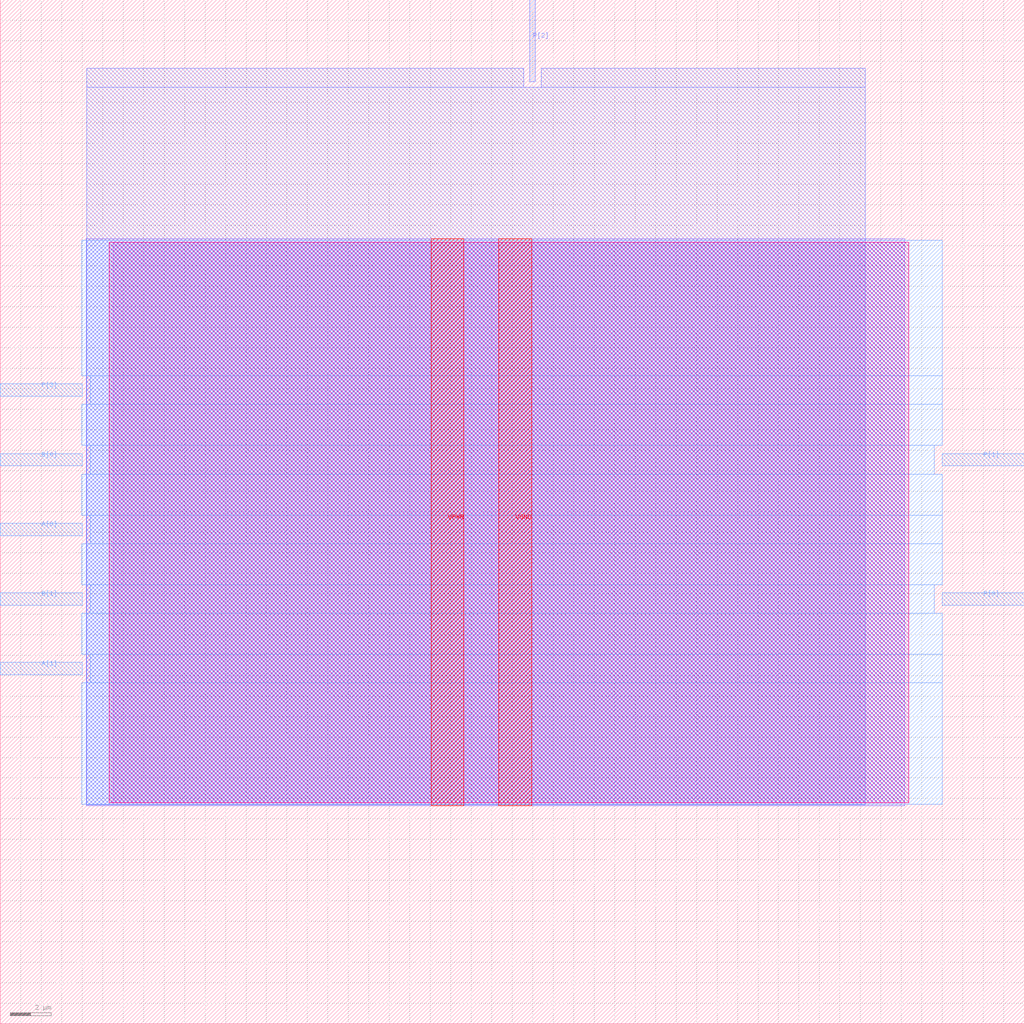
<source format=lef>
VERSION 5.7 ;
  NOWIREEXTENSIONATPIN ON ;
  DIVIDERCHAR "/" ;
  BUSBITCHARS "[]" ;
MACRO Sarsa_Ruido_e9
  CLASS BLOCK ;
  FOREIGN Sarsa_Ruido_e9 ;
  ORIGIN 0.000 0.000 ;
  SIZE 50.000 BY 50.000 ;
  PIN A[0]
    DIRECTION INPUT ;
    USE SIGNAL ;
    ANTENNAGATEAREA 0.196500 ;
    PORT
      LAYER met3 ;
        RECT 0.000 23.840 4.000 24.440 ;
    END
  END A[0]
  PIN A[1]
    DIRECTION INPUT ;
    USE SIGNAL ;
    ANTENNAGATEAREA 0.126000 ;
    PORT
      LAYER met3 ;
        RECT 0.000 17.040 4.000 17.640 ;
    END
  END A[1]
  PIN B[0]
    DIRECTION INPUT ;
    USE SIGNAL ;
    ANTENNAGATEAREA 0.196500 ;
    PORT
      LAYER met3 ;
        RECT 0.000 27.240 4.000 27.840 ;
    END
  END B[0]
  PIN B[1]
    DIRECTION INPUT ;
    USE SIGNAL ;
    ANTENNAGATEAREA 0.196500 ;
    PORT
      LAYER met3 ;
        RECT 0.000 20.440 4.000 21.040 ;
    END
  END B[1]
  PIN P[0]
    DIRECTION OUTPUT ;
    USE SIGNAL ;
    ANTENNADIFFAREA 0.445500 ;
    PORT
      LAYER met3 ;
        RECT 46.000 20.440 50.000 21.040 ;
    END
  END P[0]
  PIN P[1]
    DIRECTION OUTPUT ;
    USE SIGNAL ;
    ANTENNADIFFAREA 0.445500 ;
    PORT
      LAYER met3 ;
        RECT 46.000 27.240 50.000 27.840 ;
    END
  END P[1]
  PIN P[2]
    DIRECTION OUTPUT ;
    USE SIGNAL ;
    ANTENNADIFFAREA 0.445500 ;
    PORT
      LAYER met2 ;
        RECT 25.850 46.000 26.130 50.000 ;
    END
  END P[2]
  PIN P[3]
    DIRECTION OUTPUT ;
    USE SIGNAL ;
    ANTENNADIFFAREA 0.445500 ;
    PORT
      LAYER met3 ;
        RECT 0.000 30.640 4.000 31.240 ;
    END
  END P[3]
  PIN VGND
    DIRECTION INOUT ;
    USE GROUND ;
    PORT
      LAYER met4 ;
        RECT 24.340 10.640 25.940 38.320 ;
    END
  END VGND
  PIN VPWR
    DIRECTION INOUT ;
    USE POWER ;
    PORT
      LAYER met4 ;
        RECT 21.040 10.640 22.640 38.320 ;
    END
  END VPWR
  OBS
      LAYER nwell ;
        RECT 5.330 10.795 44.350 38.165 ;
      LAYER li1 ;
        RECT 5.520 10.795 44.160 38.165 ;
      LAYER met1 ;
        RECT 4.210 10.640 44.160 38.320 ;
      LAYER met2 ;
        RECT 4.230 45.720 25.570 46.650 ;
        RECT 26.410 45.720 42.230 46.650 ;
        RECT 4.230 10.695 42.230 45.720 ;
      LAYER met3 ;
        RECT 3.990 31.640 46.000 38.245 ;
        RECT 4.400 30.240 46.000 31.640 ;
        RECT 3.990 28.240 46.000 30.240 ;
        RECT 4.400 26.840 45.600 28.240 ;
        RECT 3.990 24.840 46.000 26.840 ;
        RECT 4.400 23.440 46.000 24.840 ;
        RECT 3.990 21.440 46.000 23.440 ;
        RECT 4.400 20.040 45.600 21.440 ;
        RECT 3.990 18.040 46.000 20.040 ;
        RECT 4.400 16.640 46.000 18.040 ;
        RECT 3.990 10.715 46.000 16.640 ;
  END
END Sarsa_Ruido_e9
END LIBRARY


</source>
